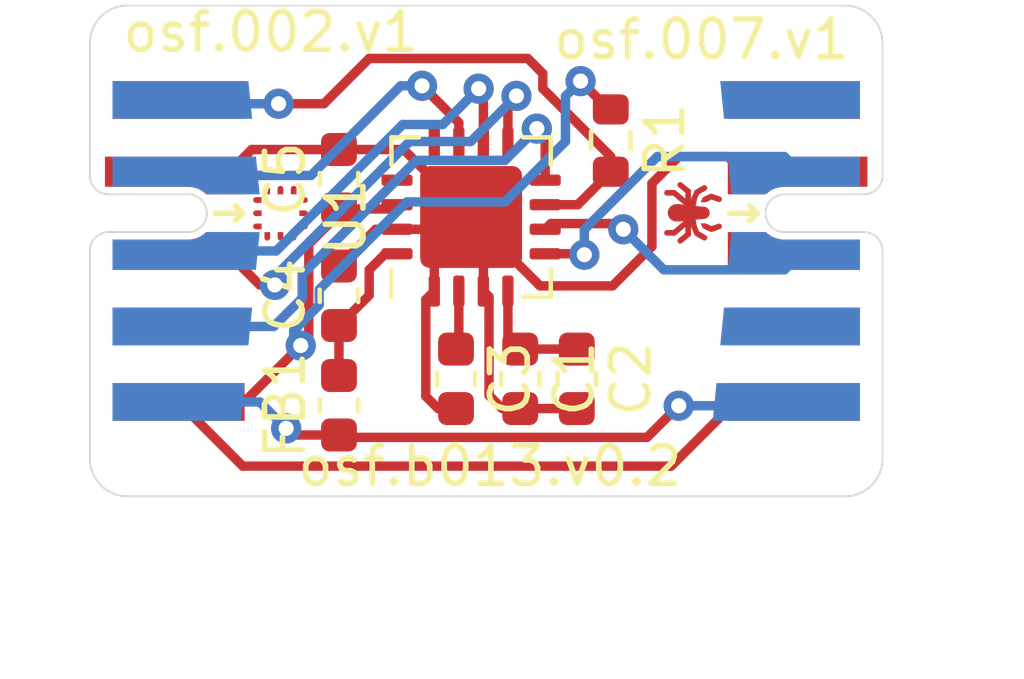
<source format=kicad_pcb>
(kicad_pcb (version 20171130) (host pcbnew "(5.1.9)-1")

  (general
    (thickness 1.6)
    (drawings 13)
    (tracks 133)
    (zones 0)
    (modules 10)
    (nets 14)
  )

  (page A4)
  (layers
    (0 F.Cu signal)
    (31 B.Cu signal)
    (32 B.Adhes user)
    (33 F.Adhes user)
    (34 B.Paste user)
    (35 F.Paste user)
    (36 B.SilkS user)
    (37 F.SilkS user)
    (38 B.Mask user)
    (39 F.Mask user)
    (40 Dwgs.User user)
    (41 Cmts.User user)
    (42 Eco1.User user)
    (43 Eco2.User user)
    (44 Edge.Cuts user)
    (45 Margin user)
    (46 B.CrtYd user)
    (47 F.CrtYd user)
    (48 B.Fab user)
    (49 F.Fab user)
  )

  (setup
    (last_trace_width 0.25)
    (trace_clearance 0.2)
    (zone_clearance 0.508)
    (zone_45_only no)
    (trace_min 0.2)
    (via_size 0.8)
    (via_drill 0.4)
    (via_min_size 0.4)
    (via_min_drill 0.3)
    (uvia_size 0.3)
    (uvia_drill 0.1)
    (uvias_allowed no)
    (uvia_min_size 0.2)
    (uvia_min_drill 0.1)
    (edge_width 0.05)
    (segment_width 0.2)
    (pcb_text_width 0.3)
    (pcb_text_size 1.5 1.5)
    (mod_edge_width 0.12)
    (mod_text_size 1 1)
    (mod_text_width 0.15)
    (pad_size 1.524 1.524)
    (pad_drill 0.762)
    (pad_to_mask_clearance 0.051)
    (solder_mask_min_width 0.25)
    (aux_axis_origin 0 0)
    (visible_elements 7FFFFFFF)
    (pcbplotparams
      (layerselection 0x010fc_ffffffff)
      (usegerberextensions false)
      (usegerberattributes false)
      (usegerberadvancedattributes false)
      (creategerberjobfile false)
      (excludeedgelayer true)
      (linewidth 0.100000)
      (plotframeref false)
      (viasonmask false)
      (mode 1)
      (useauxorigin false)
      (hpglpennumber 1)
      (hpglpenspeed 20)
      (hpglpendiameter 15.000000)
      (psnegative false)
      (psa4output false)
      (plotreference true)
      (plotvalue true)
      (plotinvisibletext false)
      (padsonsilk false)
      (subtractmaskfromsilk false)
      (outputformat 1)
      (mirror false)
      (drillshape 1)
      (scaleselection 1)
      (outputdirectory ""))
  )

  (net 0 "")
  (net 1 GND)
  (net 2 "Net-(C1-Pad1)")
  (net 3 "Net-(C3-Pad1)")
  (net 4 "Net-(C4-Pad1)")
  (net 5 +5V)
  (net 6 "Net-(J1-Pad3)")
  (net 7 "Net-(J1-Pad4)")
  (net 8 "Net-(J1-Pad2)")
  (net 9 "Net-(J1-Pad6)")
  (net 10 "Net-(J1-Pad8)")
  (net 11 "Net-(J2-Pad4)")
  (net 12 "Net-(J2-Pad3)")
  (net 13 +3V3)

  (net_class Default "This is the default net class."
    (clearance 0.2)
    (trace_width 0.25)
    (via_dia 0.8)
    (via_drill 0.4)
    (uvia_dia 0.3)
    (uvia_drill 0.1)
    (add_net +3V3)
    (add_net +5V)
    (add_net GND)
    (add_net "Net-(C1-Pad1)")
    (add_net "Net-(C3-Pad1)")
    (add_net "Net-(C4-Pad1)")
    (add_net "Net-(J1-Pad2)")
    (add_net "Net-(J1-Pad3)")
    (add_net "Net-(J1-Pad4)")
    (add_net "Net-(J1-Pad6)")
    (add_net "Net-(J1-Pad8)")
    (add_net "Net-(J2-Pad3)")
    (add_net "Net-(J2-Pad4)")
  )

  (module Resistor_SMD:R_0603_1608Metric (layer F.Cu) (tedit 5F68FEEE) (tstamp 607A042E)
    (at 143.8 87.575 270)
    (descr "Resistor SMD 0603 (1608 Metric), square (rectangular) end terminal, IPC_7351 nominal, (Body size source: IPC-SM-782 page 72, https://www.pcb-3d.com/wordpress/wp-content/uploads/ipc-sm-782a_amendment_1_and_2.pdf), generated with kicad-footprint-generator")
    (tags resistor)
    (path /607B017C)
    (attr smd)
    (fp_text reference R1 (at 0 -1.43 90) (layer F.SilkS)
      (effects (font (size 1 1) (thickness 0.15)))
    )
    (fp_text value 10k (at 0 1.43 90) (layer F.Fab)
      (effects (font (size 1 1) (thickness 0.15)))
    )
    (fp_text user %R (at 0 0 90) (layer F.Fab)
      (effects (font (size 0.4 0.4) (thickness 0.06)))
    )
    (fp_line (start -0.8 0.4125) (end -0.8 -0.4125) (layer F.Fab) (width 0.1))
    (fp_line (start -0.8 -0.4125) (end 0.8 -0.4125) (layer F.Fab) (width 0.1))
    (fp_line (start 0.8 -0.4125) (end 0.8 0.4125) (layer F.Fab) (width 0.1))
    (fp_line (start 0.8 0.4125) (end -0.8 0.4125) (layer F.Fab) (width 0.1))
    (fp_line (start -0.237258 -0.5225) (end 0.237258 -0.5225) (layer F.SilkS) (width 0.12))
    (fp_line (start -0.237258 0.5225) (end 0.237258 0.5225) (layer F.SilkS) (width 0.12))
    (fp_line (start -1.48 0.73) (end -1.48 -0.73) (layer F.CrtYd) (width 0.05))
    (fp_line (start -1.48 -0.73) (end 1.48 -0.73) (layer F.CrtYd) (width 0.05))
    (fp_line (start 1.48 -0.73) (end 1.48 0.73) (layer F.CrtYd) (width 0.05))
    (fp_line (start 1.48 0.73) (end -1.48 0.73) (layer F.CrtYd) (width 0.05))
    (pad 2 smd roundrect (at 0.825 0 270) (size 0.8 0.95) (layers F.Cu F.Paste F.Mask) (roundrect_rratio 0.25)
      (net 10 "Net-(J1-Pad8)"))
    (pad 1 smd roundrect (at -0.825 0 270) (size 0.8 0.95) (layers F.Cu F.Paste F.Mask) (roundrect_rratio 0.25)
      (net 13 +3V3))
    (model ${KISYS3DMOD}/Resistor_SMD.3dshapes/R_0603_1608Metric.wrl
      (at (xyz 0 0 0))
      (scale (xyz 1 1 1))
      (rotate (xyz 0 0 0))
    )
  )

  (module Inductor_SMD:L_0603_1608Metric (layer F.Cu) (tedit 5F68FEF0) (tstamp 607A02F7)
    (at 136.6 94.5875 90)
    (descr "Inductor SMD 0603 (1608 Metric), square (rectangular) end terminal, IPC_7351 nominal, (Body size source: http://www.tortai-tech.com/upload/download/2011102023233369053.pdf), generated with kicad-footprint-generator")
    (tags inductor)
    (path /607A183C)
    (attr smd)
    (fp_text reference FB1 (at 0 -1.43 90) (layer F.SilkS)
      (effects (font (size 1 1) (thickness 0.15)))
    )
    (fp_text value Ferrite_Bead_Small (at 0 1.43 90) (layer F.Fab)
      (effects (font (size 1 1) (thickness 0.15)))
    )
    (fp_text user %R (at 0 0 90) (layer F.Fab)
      (effects (font (size 0.4 0.4) (thickness 0.06)))
    )
    (fp_line (start -0.8 0.4) (end -0.8 -0.4) (layer F.Fab) (width 0.1))
    (fp_line (start -0.8 -0.4) (end 0.8 -0.4) (layer F.Fab) (width 0.1))
    (fp_line (start 0.8 -0.4) (end 0.8 0.4) (layer F.Fab) (width 0.1))
    (fp_line (start 0.8 0.4) (end -0.8 0.4) (layer F.Fab) (width 0.1))
    (fp_line (start -0.162779 -0.51) (end 0.162779 -0.51) (layer F.SilkS) (width 0.12))
    (fp_line (start -0.162779 0.51) (end 0.162779 0.51) (layer F.SilkS) (width 0.12))
    (fp_line (start -1.48 0.73) (end -1.48 -0.73) (layer F.CrtYd) (width 0.05))
    (fp_line (start -1.48 -0.73) (end 1.48 -0.73) (layer F.CrtYd) (width 0.05))
    (fp_line (start 1.48 -0.73) (end 1.48 0.73) (layer F.CrtYd) (width 0.05))
    (fp_line (start 1.48 0.73) (end -1.48 0.73) (layer F.CrtYd) (width 0.05))
    (pad 2 smd roundrect (at 0.7875 0 90) (size 0.875 0.95) (layers F.Cu F.Paste F.Mask) (roundrect_rratio 0.25)
      (net 4 "Net-(C4-Pad1)"))
    (pad 1 smd roundrect (at -0.7875 0 90) (size 0.875 0.95) (layers F.Cu F.Paste F.Mask) (roundrect_rratio 0.25)
      (net 5 +5V))
    (model ${KISYS3DMOD}/Inductor_SMD.3dshapes/L_0603_1608Metric.wrl
      (at (xyz 0 0 0))
      (scale (xyz 1 1 1))
      (rotate (xyz 0 0 0))
    )
  )

  (module on_edge:on_edge_2x05_host (layer F.Cu) (tedit 602054F7) (tstamp 6034723B)
    (at 151 90.5 270)
    (path /6034A82D)
    (attr virtual)
    (fp_text reference J2 (at 0.05 -3.2 180 unlocked) (layer F.Fab)
      (effects (font (size 0.5 0.5) (thickness 0.125)))
    )
    (fp_text value 007_ADC_2x5 (at -1.2 -2 90) (layer F.Fab)
      (effects (font (size 1 1) (thickness 0.15)))
    )
    (fp_line (start -1.01 5.51) (end -1.01 4.74) (layer F.Cu) (width 0.32))
    (fp_line (start -0.65 4.33) (end -0.58 4.53) (layer F.Cu) (width 0.15))
    (fp_line (start -0.58 4.54) (end -0.64 4.67) (layer F.Cu) (width 0.15))
    (fp_poly (pts (xy -0.67 4.56) (xy -0.73 4.68) (xy -0.73 4.82) (xy -0.6 4.76)
      (xy -0.53 4.61) (xy -0.62 4.64)) (layer F.Cu) (width 0.001))
    (fp_line (start -0.35 4.72) (end -0.46 4.91) (layer F.Cu) (width 0.15))
    (fp_line (start -0.63 4.99) (end -0.47 4.92) (layer F.Cu) (width 0.15))
    (fp_line (start -0.63 4.99) (end -0.89 5.04) (layer F.Cu) (width 0.15))
    (fp_line (start -0.27 5.36) (end -0.44 5.15) (layer F.Cu) (width 0.15))
    (fp_line (start -0.81 5.15) (end -0.44 5.15) (layer F.Cu) (width 0.15))
    (fp_line (start -0.48 5.71) (end -0.48 5.52) (layer F.Cu) (width 0.15))
    (fp_line (start -0.76 5.19) (end -0.48 5.52) (layer F.Cu) (width 0.15))
    (fp_line (start -0.93 5.4) (end -1 4.74) (layer F.Cu) (width 0.3))
    (fp_line (start -1 4.05) (end -1 3.323) (layer F.SilkS) (width 0.153))
    (fp_line (start -0.8 3.523) (end -1 3.323) (layer F.SilkS) (width 0.153))
    (fp_line (start -1 3.323) (end -1.2 3.523) (layer F.SilkS) (width 0.153))
    (fp_line (start -1.5 0.5) (end -1.5 2.6) (layer Edge.Cuts) (width 0.05))
    (fp_line (start -0.5 2.6) (end -0.5 0.5) (layer Edge.Cuts) (width 0.05))
    (fp_line (start -4 0) (end -2 0) (layer Edge.Cuts) (width 0.05))
    (fp_line (start 0 0) (end 4 0) (layer Edge.Cuts) (width 0.05))
    (fp_line (start -5 5) (end 5 5) (layer F.CrtYd) (width 0.05))
    (fp_line (start 5 5) (end 5 -0.5) (layer F.CrtYd) (width 0.05))
    (fp_line (start 5 -0.5) (end -5 -0.5) (layer F.CrtYd) (width 0.05))
    (fp_line (start -5 -0.5) (end -5 5) (layer F.CrtYd) (width 0.05))
    (fp_line (start 5 5) (end -5 5) (layer B.CrtYd) (width 0.05))
    (fp_line (start -5 5) (end -5 -0.5) (layer B.CrtYd) (width 0.05))
    (fp_line (start -5 -0.5) (end 5 -0.5) (layer B.CrtYd) (width 0.05))
    (fp_line (start 5 -0.5) (end 5 5) (layer B.CrtYd) (width 0.05))
    (fp_line (start -1.37 4.33) (end -1.44 4.53) (layer F.Cu) (width 0.15))
    (fp_line (start -1.44 4.54) (end -1.38 4.67) (layer F.Cu) (width 0.15))
    (fp_poly (pts (xy -1.35 4.56) (xy -1.29 4.68) (xy -1.29 4.82) (xy -1.42 4.76)
      (xy -1.49 4.61) (xy -1.4 4.64)) (layer F.Cu) (width 0.001))
    (fp_line (start -1.67 4.72) (end -1.56 4.91) (layer F.Cu) (width 0.15))
    (fp_line (start -1.39 4.99) (end -1.55 4.92) (layer F.Cu) (width 0.15))
    (fp_line (start -1.39 4.99) (end -1.13 5.04) (layer F.Cu) (width 0.15))
    (fp_line (start -1.75 5.36) (end -1.58 5.15) (layer F.Cu) (width 0.15))
    (fp_line (start -1.21 5.15) (end -1.58 5.15) (layer F.Cu) (width 0.15))
    (fp_line (start -1.54 5.71) (end -1.54 5.52) (layer F.Cu) (width 0.15))
    (fp_line (start -1.26 5.19) (end -1.54 5.52) (layer F.Cu) (width 0.15))
    (fp_line (start -1.09 5.4) (end -1.02 4.74) (layer F.Cu) (width 0.3))
    (fp_line (start -1.01 5.46) (end -1.01 5.39) (layer F.Cu) (width 0.46))
    (fp_line (start -0.35 4.72) (end -0.46 4.91) (layer F.Mask) (width 0.15))
    (fp_line (start -0.63 4.99) (end -0.47 4.92) (layer F.Mask) (width 0.15))
    (fp_line (start -0.63 4.99) (end -0.89 5.04) (layer F.Mask) (width 0.15))
    (fp_line (start -0.27 5.36) (end -0.44 5.15) (layer F.Mask) (width 0.15))
    (fp_line (start -0.81 5.15) (end -0.44 5.15) (layer F.Mask) (width 0.15))
    (fp_line (start -0.48 5.71) (end -0.48 5.52) (layer F.Mask) (width 0.15))
    (fp_line (start -0.76 5.19) (end -0.48 5.52) (layer F.Mask) (width 0.15))
    (fp_line (start -0.93 5.4) (end -1 4.74) (layer F.Mask) (width 0.3))
    (fp_line (start -1.37 4.33) (end -1.44 4.53) (layer F.Mask) (width 0.15))
    (fp_line (start -1.44 4.54) (end -1.38 4.67) (layer F.Mask) (width 0.15))
    (fp_poly (pts (xy -1.35 4.56) (xy -1.29 4.68) (xy -1.29 4.82) (xy -1.42 4.76)
      (xy -1.49 4.61) (xy -1.4 4.64)) (layer F.Mask) (width 0.001))
    (fp_line (start -1.67 4.72) (end -1.56 4.91) (layer F.Mask) (width 0.15))
    (fp_line (start -1.39 4.99) (end -1.55 4.92) (layer F.Mask) (width 0.15))
    (fp_line (start -1.39 4.99) (end -1.13 5.04) (layer F.Mask) (width 0.15))
    (fp_line (start -1.75 5.36) (end -1.58 5.15) (layer F.Mask) (width 0.15))
    (fp_line (start -1.21 5.15) (end -1.58 5.15) (layer F.Mask) (width 0.15))
    (fp_line (start -1.54 5.71) (end -1.54 5.52) (layer F.Mask) (width 0.15))
    (fp_line (start -1.26 5.19) (end -1.54 5.52) (layer F.Mask) (width 0.15))
    (fp_line (start -1.09 5.4) (end -1.02 4.74) (layer F.Mask) (width 0.3))
    (fp_line (start -1.01 5.51) (end -1.01 4.74) (layer F.Mask) (width 0.32))
    (fp_line (start -1.01 5.46) (end -1.01 5.39) (layer F.Mask) (width 0.46))
    (fp_line (start -0.65 4.33) (end -0.58 4.53) (layer F.Mask) (width 0.15))
    (fp_line (start -0.58 4.54) (end -0.64 4.67) (layer F.Mask) (width 0.15))
    (fp_poly (pts (xy -0.67 4.56) (xy -0.73 4.68) (xy -0.73 4.82) (xy -0.6 4.76)
      (xy -0.53 4.61) (xy -0.62 4.64)) (layer F.Mask) (width 0.001))
    (fp_arc (start 0 0.5) (end 0 0) (angle -90) (layer Edge.Cuts) (width 0.05))
    (fp_arc (start -2 0.5) (end -1.5 0.5) (angle -90) (layer Edge.Cuts) (width 0.05))
    (fp_arc (start -1 2.6) (end -1.5 2.6) (angle -180) (layer Edge.Cuts) (width 0.05))
    (pad 1 smd custom (at -2 3.6 270) (size 1 1) (layers F.Cu F.Mask)
      (net 1 GND) (zone_connect 0)
      (options (clearance outline) (anchor rect))
      (primitives
        (gr_poly (pts
           (xy 0.3 -0.99) (xy 0.31 -0.88) (xy 0.33 -0.8) (xy 0.35 -0.74) (xy 0.37 -0.69)
           (xy 0.4 -0.64) (xy 0.44 -0.58) (xy 0.48 -0.53) (xy 0.5 -0.51) (xy 0.5 0.5)
           (xy -0.5 0.5) (xy -0.5 -3.2) (xy 0.3 -3.2)) (width 0))
      ))
    (pad 2 smd custom (at 0 3.6 270) (size 1 1) (layers F.Cu F.Mask)
      (zone_connect 0)
      (options (clearance outline) (anchor rect))
      (primitives
        (gr_poly (pts
           (xy -0.3 -0.99) (xy -0.31 -0.88) (xy -0.33 -0.8) (xy -0.35 -0.74) (xy -0.37 -0.69)
           (xy -0.4 -0.64) (xy -0.44 -0.58) (xy -0.48 -0.53) (xy -0.5 -0.51) (xy -0.5 0.5)
           (xy 0.5 0.5) (xy 0.5 -3) (xy -0.3 -3)) (width 0))
      ))
    (pad 4 smd custom (at 0 2.1 90) (size 0.4 0.4) (layers B.Cu B.Mask)
      (net 11 "Net-(J2-Pad4)") (zone_connect 0)
      (options (clearance outline) (anchor rect))
      (primitives
        (gr_poly (pts
           (xy 0.3 -0.51) (xy 0.31 -0.62) (xy 0.33 -0.7) (xy 0.35 -0.76) (xy 0.37 -0.81)
           (xy 0.4 -0.86) (xy 0.44 -0.92) (xy 0.48 -0.97) (xy 0.5 -0.99) (xy 0.5 -1.9)
           (xy -0.5 -2) (xy -0.5 1.5) (xy 0.3 1.5)) (width 0))
      ))
    (pad 3 smd custom (at -2 2.1 90) (size 0.4 0.4) (layers B.Cu B.Mask)
      (net 12 "Net-(J2-Pad3)") (zone_connect 0)
      (options (clearance outline) (anchor rect))
      (primitives
        (gr_poly (pts
           (xy -0.3 -0.51) (xy -0.31 -0.62) (xy -0.33 -0.7) (xy -0.35 -0.76) (xy -0.37 -0.81)
           (xy -0.4 -0.86) (xy -0.44 -0.92) (xy -0.48 -0.97) (xy -0.5 -0.99) (xy -0.5 -1.9)
           (xy 0.5 -2) (xy 0.5 1.5) (xy -0.3 1.5)) (width 0))
      ))
    (pad 5 smd rect (at 2 2.35 270) (size 1 3.5) (layers F.Cu F.Mask)
      (zone_connect 0))
    (pad 10 smd custom (at 4 2.5 90) (size 1 3.8) (layers B.Cu B.Mask)
      (net 5 +5V) (zone_connect 0)
      (options (clearance outline) (anchor rect))
      (primitives
        (gr_poly (pts
           (xy 0.5 -1.9) (xy -0.5 -2) (xy -0.5 -1.9)) (width 0))
      ))
    (pad 6 smd custom (at 2 2.4 90) (size 1 3.6) (layers B.Cu B.Mask)
      (zone_connect 0)
      (options (clearance outline) (anchor rect))
      (primitives
        (gr_poly (pts
           (xy 0.5 -1.8) (xy -0.5 -1.9) (xy -0.5 -1.8)) (width 0))
      ))
    (pad 8 smd custom (at -4 2.4 90) (size 1 3.6) (layers B.Cu B.Mask)
      (zone_connect 0)
      (options (clearance outline) (anchor rect))
      (primitives
        (gr_poly (pts
           (xy 0.5 -1.8) (xy 0.5 -1.9) (xy -0.5 -1.8)) (width 0))
      ))
    (pad 9 smd rect (at 4 2.35 270) (size 1 3.5) (layers F.Cu F.Mask)
      (net 13 +3V3) (zone_connect 0))
    (pad 7 smd rect (at -4 2.35 270) (size 1 3.5) (layers F.Cu F.Mask)
      (zone_connect 0))
  )

  (module Capacitor_SMD:C_0603_1608Metric (layer F.Cu) (tedit 5B301BBE) (tstamp 6033A69F)
    (at 136.6 88.6 90)
    (descr "Capacitor SMD 0603 (1608 Metric), square (rectangular) end terminal, IPC_7351 nominal, (Body size source: http://www.tortai-tech.com/upload/download/2011102023233369053.pdf), generated with kicad-footprint-generator")
    (tags capacitor)
    (path /6035858B)
    (attr smd)
    (fp_text reference C5 (at 0 -1.43 90) (layer F.SilkS)
      (effects (font (size 1 1) (thickness 0.15)))
    )
    (fp_text value 1uF (at 0 1.43 90) (layer F.Fab)
      (effects (font (size 1 1) (thickness 0.15)))
    )
    (fp_line (start -0.8 0.4) (end -0.8 -0.4) (layer F.Fab) (width 0.1))
    (fp_line (start -0.8 -0.4) (end 0.8 -0.4) (layer F.Fab) (width 0.1))
    (fp_line (start 0.8 -0.4) (end 0.8 0.4) (layer F.Fab) (width 0.1))
    (fp_line (start 0.8 0.4) (end -0.8 0.4) (layer F.Fab) (width 0.1))
    (fp_line (start -0.162779 -0.51) (end 0.162779 -0.51) (layer F.SilkS) (width 0.12))
    (fp_line (start -0.162779 0.51) (end 0.162779 0.51) (layer F.SilkS) (width 0.12))
    (fp_line (start -1.48 0.73) (end -1.48 -0.73) (layer F.CrtYd) (width 0.05))
    (fp_line (start -1.48 -0.73) (end 1.48 -0.73) (layer F.CrtYd) (width 0.05))
    (fp_line (start 1.48 -0.73) (end 1.48 0.73) (layer F.CrtYd) (width 0.05))
    (fp_line (start 1.48 0.73) (end -1.48 0.73) (layer F.CrtYd) (width 0.05))
    (fp_text user %R (at 0 0 90) (layer F.Fab)
      (effects (font (size 0.4 0.4) (thickness 0.06)))
    )
    (pad 2 smd roundrect (at 0.7875 0 90) (size 0.875 0.95) (layers F.Cu F.Paste F.Mask) (roundrect_rratio 0.25)
      (net 1 GND))
    (pad 1 smd roundrect (at -0.7875 0 90) (size 0.875 0.95) (layers F.Cu F.Paste F.Mask) (roundrect_rratio 0.25)
      (net 13 +3V3))
    (model ${KISYS3DMOD}/Capacitor_SMD.3dshapes/C_0603_1608Metric.wrl
      (at (xyz 0 0 0))
      (scale (xyz 1 1 1))
      (rotate (xyz 0 0 0))
    )
  )

  (module Package_DFN_QFN:QFN-16-1EP_4x4mm_P0.65mm_EP2.7x2.7mm (layer F.Cu) (tedit 5B32DAA0) (tstamp 60339F86)
    (at 140.1 89.6 90)
    (descr "QFN, 16 Pin (https://www.allegromicro.com/~/media/Files/Datasheets/A4403-Datasheet.ashx), generated with kicad-footprint-generator ipc_dfn_qfn_generator.py")
    (tags "QFN DFN_QFN")
    (path /6035485F)
    (attr smd)
    (fp_text reference U1 (at 0 -3.32 90) (layer F.SilkS)
      (effects (font (size 1 1) (thickness 0.15)))
    )
    (fp_text value ADS8689RUM (at 0 3.32 90) (layer F.Fab)
      (effects (font (size 1 1) (thickness 0.15)))
    )
    (fp_line (start 1.385 -2.11) (end 2.11 -2.11) (layer F.SilkS) (width 0.12))
    (fp_line (start 2.11 -2.11) (end 2.11 -1.385) (layer F.SilkS) (width 0.12))
    (fp_line (start -1.385 2.11) (end -2.11 2.11) (layer F.SilkS) (width 0.12))
    (fp_line (start -2.11 2.11) (end -2.11 1.385) (layer F.SilkS) (width 0.12))
    (fp_line (start 1.385 2.11) (end 2.11 2.11) (layer F.SilkS) (width 0.12))
    (fp_line (start 2.11 2.11) (end 2.11 1.385) (layer F.SilkS) (width 0.12))
    (fp_line (start -1.385 -2.11) (end -2.11 -2.11) (layer F.SilkS) (width 0.12))
    (fp_line (start -1 -2) (end 2 -2) (layer F.Fab) (width 0.1))
    (fp_line (start 2 -2) (end 2 2) (layer F.Fab) (width 0.1))
    (fp_line (start 2 2) (end -2 2) (layer F.Fab) (width 0.1))
    (fp_line (start -2 2) (end -2 -1) (layer F.Fab) (width 0.1))
    (fp_line (start -2 -1) (end -1 -2) (layer F.Fab) (width 0.1))
    (fp_line (start -2.62 -2.62) (end -2.62 2.62) (layer F.CrtYd) (width 0.05))
    (fp_line (start -2.62 2.62) (end 2.62 2.62) (layer F.CrtYd) (width 0.05))
    (fp_line (start 2.62 2.62) (end 2.62 -2.62) (layer F.CrtYd) (width 0.05))
    (fp_line (start 2.62 -2.62) (end -2.62 -2.62) (layer F.CrtYd) (width 0.05))
    (fp_text user %R (at 0 0 90) (layer F.Fab)
      (effects (font (size 1 1) (thickness 0.15)))
    )
    (pad 16 smd roundrect (at -0.975 -1.9625 90) (size 0.3 0.825) (layers F.Cu F.Paste F.Mask) (roundrect_rratio 0.25)
      (net 4 "Net-(C4-Pad1)"))
    (pad 15 smd roundrect (at -0.325 -1.9625 90) (size 0.3 0.825) (layers F.Cu F.Paste F.Mask) (roundrect_rratio 0.25)
      (net 1 GND))
    (pad 14 smd roundrect (at 0.325 -1.9625 90) (size 0.3 0.825) (layers F.Cu F.Paste F.Mask) (roundrect_rratio 0.25)
      (net 13 +3V3))
    (pad 13 smd roundrect (at 0.975 -1.9625 90) (size 0.3 0.825) (layers F.Cu F.Paste F.Mask) (roundrect_rratio 0.25))
    (pad 12 smd roundrect (at 1.9625 -0.975 90) (size 0.825 0.3) (layers F.Cu F.Paste F.Mask) (roundrect_rratio 0.25))
    (pad 11 smd roundrect (at 1.9625 -0.325 90) (size 0.825 0.3) (layers F.Cu F.Paste F.Mask) (roundrect_rratio 0.25)
      (net 6 "Net-(J1-Pad3)"))
    (pad 10 smd roundrect (at 1.9625 0.325 90) (size 0.825 0.3) (layers F.Cu F.Paste F.Mask) (roundrect_rratio 0.25)
      (net 7 "Net-(J1-Pad4)"))
    (pad 9 smd roundrect (at 1.9625 0.975 90) (size 0.825 0.3) (layers F.Cu F.Paste F.Mask) (roundrect_rratio 0.25)
      (net 8 "Net-(J1-Pad2)"))
    (pad 8 smd roundrect (at 0.975 1.9625 90) (size 0.3 0.825) (layers F.Cu F.Paste F.Mask) (roundrect_rratio 0.25)
      (net 9 "Net-(J1-Pad6)"))
    (pad 7 smd roundrect (at 0.325 1.9625 90) (size 0.3 0.825) (layers F.Cu F.Paste F.Mask) (roundrect_rratio 0.25)
      (net 10 "Net-(J1-Pad8)"))
    (pad 6 smd roundrect (at -0.325 1.9625 90) (size 0.3 0.825) (layers F.Cu F.Paste F.Mask) (roundrect_rratio 0.25)
      (net 11 "Net-(J2-Pad4)"))
    (pad 5 smd roundrect (at -0.975 1.9625 90) (size 0.3 0.825) (layers F.Cu F.Paste F.Mask) (roundrect_rratio 0.25)
      (net 12 "Net-(J2-Pad3)"))
    (pad 4 smd roundrect (at -1.9625 0.975 90) (size 0.825 0.3) (layers F.Cu F.Paste F.Mask) (roundrect_rratio 0.25)
      (net 2 "Net-(C1-Pad1)"))
    (pad 3 smd roundrect (at -1.9625 0.325 90) (size 0.825 0.3) (layers F.Cu F.Paste F.Mask) (roundrect_rratio 0.25)
      (net 1 GND))
    (pad 2 smd roundrect (at -1.9625 -0.325 90) (size 0.825 0.3) (layers F.Cu F.Paste F.Mask) (roundrect_rratio 0.25)
      (net 3 "Net-(C3-Pad1)"))
    (pad 1 smd roundrect (at -1.9625 -0.975 90) (size 0.825 0.3) (layers F.Cu F.Paste F.Mask) (roundrect_rratio 0.25)
      (net 1 GND))
    (pad "" smd roundrect (at 0.675 0.675 90) (size 1.09 1.09) (layers F.Paste) (roundrect_rratio 0.229358))
    (pad "" smd roundrect (at 0.675 -0.675 90) (size 1.09 1.09) (layers F.Paste) (roundrect_rratio 0.229358))
    (pad "" smd roundrect (at -0.675 0.675 90) (size 1.09 1.09) (layers F.Paste) (roundrect_rratio 0.229358))
    (pad "" smd roundrect (at -0.675 -0.675 90) (size 1.09 1.09) (layers F.Paste) (roundrect_rratio 0.229358))
    (pad 17 smd roundrect (at 0 0 90) (size 2.7 2.7) (layers F.Cu F.Mask) (roundrect_rratio 0.09259299999999999)
      (net 1 GND))
    (model ${KISYS3DMOD}/Package_DFN_QFN.3dshapes/QFN-16-1EP_4x4mm_P0.65mm_EP2.7x2.7mm.wrl
      (at (xyz 0 0 0))
      (scale (xyz 1 1 1))
      (rotate (xyz 0 0 0))
    )
  )

  (module on_edge:on_edge_2x05_device (layer F.Cu) (tedit 60205501) (tstamp 60339490)
    (at 130 90.5 270)
    (path /6033E642)
    (attr virtual)
    (fp_text reference J1 (at 0 1.2 270 unlocked) (layer F.Fab)
      (effects (font (size 0.5 0.5) (thickness 0.05)))
    )
    (fp_text value 002_SPI_2x5 (at 0 2 270 unlocked) (layer F.Fab)
      (effects (font (size 0.5 0.5) (thickness 0.05)))
    )
    (fp_line (start -0.65 -5.55) (end -0.65 -5.7) (layer F.Mask) (width 0.15))
    (fp_line (start -0.65 -5.65) (end -0.65 -5.7) (layer F.Cu) (width 0.15))
    (fp_poly (pts (xy -0.575 -5.55) (xy -0.725 -5.55) (xy -0.725 -5.675) (xy -0.575 -5.675)) (layer F.Cu) (width 0))
    (fp_line (start -1 -5.55) (end -1 -5.7) (layer F.Mask) (width 0.15))
    (fp_line (start -1 -5.65) (end -1 -5.7) (layer F.Cu) (width 0.15))
    (fp_poly (pts (xy -0.925 -5.55) (xy -1.075 -5.55) (xy -1.075 -5.675) (xy -0.925 -5.675)) (layer F.Cu) (width 0))
    (fp_poly (pts (xy -1.275 -5.55) (xy -1.425 -5.55) (xy -1.425 -5.675) (xy -1.275 -5.675)) (layer F.Cu) (width 0))
    (fp_line (start -1.35 -5.55) (end -1.35 -5.7) (layer F.Mask) (width 0.15))
    (fp_line (start -1.35 -5.65) (end -1.35 -5.7) (layer F.Cu) (width 0.15))
    (fp_poly (pts (xy -0.55 -4.6) (xy -1.45 -4.6) (xy -1.45 -5.5) (xy -0.55 -5.5)) (layer F.Mask) (width 0.1))
    (fp_line (start 5 0.5) (end 5 -5) (layer B.CrtYd) (width 0.05))
    (fp_line (start -5 0.5) (end 5 0.5) (layer B.CrtYd) (width 0.05))
    (fp_line (start -5 -5) (end -5 0.5) (layer B.CrtYd) (width 0.05))
    (fp_line (start 5 -5) (end -5 -5) (layer B.CrtYd) (width 0.05))
    (fp_line (start -5 0.5) (end -5 -5) (layer F.CrtYd) (width 0.05))
    (fp_line (start 5 0.5) (end -5 0.5) (layer F.CrtYd) (width 0.05))
    (fp_line (start 5 -5) (end 5 0.5) (layer F.CrtYd) (width 0.05))
    (fp_line (start -5 -5) (end 5 -5) (layer F.CrtYd) (width 0.05))
    (fp_line (start 0 0) (end 4 0) (layer Edge.Cuts) (width 0.05))
    (fp_line (start -4 0) (end -2 0) (layer Edge.Cuts) (width 0.05))
    (fp_line (start -1 -4.05) (end -1 -3.323) (layer F.SilkS) (width 0.153))
    (fp_line (start -1 -4.05) (end -0.8 -3.85) (layer F.SilkS) (width 0.153))
    (fp_line (start -1.2 -3.85) (end -1 -4.05) (layer F.SilkS) (width 0.153))
    (fp_line (start -0.5 -0.5) (end -0.5 -2.6) (layer Edge.Cuts) (width 0.05))
    (fp_line (start -1.5 -2.6) (end -1.5 -0.5) (layer Edge.Cuts) (width 0.05))
    (fp_line (start -1.6 -4.7) (end -1.65 -4.7) (layer F.Cu) (width 0.15))
    (fp_line (start -1.5 -4.7) (end -1.65 -4.7) (layer F.Mask) (width 0.15))
    (fp_poly (pts (xy -1.5 -5.475) (xy -1.5 -5.325) (xy -1.625 -5.325) (xy -1.625 -5.475)) (layer F.Cu) (width 0))
    (fp_line (start -1.6 -5.4) (end -1.65 -5.4) (layer F.Cu) (width 0.15))
    (fp_line (start -1.5 -5.4) (end -1.65 -5.4) (layer F.Mask) (width 0.15))
    (fp_poly (pts (xy -1.5 -5.125) (xy -1.5 -4.975) (xy -1.625 -4.975) (xy -1.625 -5.125)) (layer F.Cu) (width 0))
    (fp_line (start -1.5 -5.05) (end -1.65 -5.05) (layer F.Mask) (width 0.15))
    (fp_line (start -1.6 -5.05) (end -1.65 -5.05) (layer F.Cu) (width 0.15))
    (fp_poly (pts (xy -1.5 -4.775) (xy -1.5 -4.625) (xy -1.625 -4.625) (xy -1.625 -4.775)) (layer F.Cu) (width 0))
    (fp_poly (pts (xy -1.425 -4.55) (xy -1.275 -4.55) (xy -1.275 -4.425) (xy -1.425 -4.425)) (layer F.Cu) (width 0))
    (fp_line (start -1.35 -4.45) (end -1.35 -4.4) (layer F.Cu) (width 0.15))
    (fp_line (start -1.35 -4.55) (end -1.35 -4.4) (layer F.Mask) (width 0.15))
    (fp_poly (pts (xy -1.075 -4.55) (xy -0.925 -4.55) (xy -0.925 -4.425) (xy -1.075 -4.425)) (layer F.Cu) (width 0))
    (fp_line (start -1 -4.55) (end -1 -4.4) (layer F.Mask) (width 0.15))
    (fp_line (start -1 -4.45) (end -1 -4.4) (layer F.Cu) (width 0.15))
    (fp_poly (pts (xy -0.725 -4.55) (xy -0.575 -4.55) (xy -0.575 -4.425) (xy -0.725 -4.425)) (layer F.Cu) (width 0))
    (fp_line (start -0.65 -4.55) (end -0.65 -4.4) (layer F.Mask) (width 0.15))
    (fp_line (start -0.65 -4.45) (end -0.65 -4.4) (layer F.Cu) (width 0.15))
    (fp_poly (pts (xy -0.5 -4.625) (xy -0.5 -4.775) (xy -0.375 -4.775) (xy -0.375 -4.625)) (layer F.Cu) (width 0))
    (fp_line (start -0.4 -4.7) (end -0.35 -4.7) (layer F.Cu) (width 0.15))
    (fp_line (start -0.5 -4.7) (end -0.35 -4.7) (layer F.Mask) (width 0.15))
    (fp_poly (pts (xy -0.5 -4.975) (xy -0.5 -5.125) (xy -0.375 -5.125) (xy -0.375 -4.975)) (layer F.Cu) (width 0))
    (fp_line (start -0.5 -5.05) (end -0.35 -5.05) (layer F.Mask) (width 0.15))
    (fp_line (start -0.4 -5.05) (end -0.35 -5.05) (layer F.Cu) (width 0.15))
    (fp_poly (pts (xy -0.5 -5.325) (xy -0.5 -5.475) (xy -0.375 -5.475) (xy -0.375 -5.325)) (layer F.Cu) (width 0))
    (fp_line (start -0.5 -5.4) (end -0.35 -5.4) (layer F.Mask) (width 0.15))
    (fp_line (start -0.4 -5.4) (end -0.35 -5.4) (layer F.Cu) (width 0.15))
    (fp_arc (start -2 -0.5) (end -2 0) (angle -90) (layer Edge.Cuts) (width 0.05))
    (fp_arc (start 0 -0.5) (end -0.5 -0.5) (angle -90) (layer Edge.Cuts) (width 0.05))
    (fp_arc (start -1 -2.6) (end -0.5 -2.6) (angle -180) (layer Edge.Cuts) (width 0.05))
    (pad 1 smd custom (at -2 -3.6 270) (size 1 1) (layers F.Cu F.Mask)
      (net 1 GND) (zone_connect 0)
      (options (clearance outline) (anchor rect))
      (primitives
        (gr_poly (pts
           (xy 0.3 1) (xy 0.31 0.89) (xy 0.33 0.81) (xy 0.35 0.75) (xy 0.37 0.7)
           (xy 0.4 0.65) (xy 0.44 0.59) (xy 0.48 0.54) (xy 0.5 0.52) (xy 0.5 -0.5)
           (xy -0.5 -0.5) (xy -0.5 3.2) (xy 0.3 3.2)) (width 0))
      ))
    (pad 2 smd custom (at 0 -3.6 270) (size 1 1) (layers F.Cu F.Mask)
      (net 8 "Net-(J1-Pad2)") (zone_connect 0)
      (options (clearance outline) (anchor rect))
      (primitives
        (gr_poly (pts
           (xy -0.3 1) (xy -0.31 0.89) (xy -0.33 0.81) (xy -0.35 0.75) (xy -0.37 0.7)
           (xy -0.4 0.65) (xy -0.44 0.59) (xy -0.48 0.54) (xy -0.5 0.52) (xy -0.5 -0.5)
           (xy 0.5 -0.5) (xy 0.5 3) (xy -0.3 3)) (width 0))
      ))
    (pad 4 smd custom (at 0 -2.1 270) (size 0.4 0.4) (layers B.Cu B.Mask)
      (net 7 "Net-(J1-Pad4)") (zone_connect 0)
      (options (clearance outline) (anchor rect))
      (primitives
        (gr_poly (pts
           (xy -0.3 -0.51) (xy -0.31 -0.62) (xy -0.33 -0.7) (xy -0.35 -0.76) (xy -0.37 -0.81)
           (xy -0.4 -0.86) (xy -0.44 -0.92) (xy -0.48 -0.97) (xy -0.5 -0.99) (xy -0.5 -2.4)
           (xy 0.5 -2.3) (xy 0.5 1.5) (xy -0.3 1.5)) (width 0))
      ))
    (pad 3 smd custom (at -2 -2.1 270) (size 0.4 0.4) (layers B.Cu B.Mask)
      (net 6 "Net-(J1-Pad3)") (zone_connect 0)
      (options (clearance outline) (anchor rect))
      (primitives
        (gr_poly (pts
           (xy 0.3 -0.51) (xy 0.31 -0.62) (xy 0.33 -0.7) (xy 0.35 -0.76) (xy 0.37 -0.81)
           (xy 0.4 -0.86) (xy 0.44 -0.92) (xy 0.48 -0.97) (xy 0.5 -0.99) (xy 0.5 -2.4)
           (xy -0.5 -2.3) (xy -0.5 1.5) (xy 0.3 1.5)) (width 0))
      ))
    (pad 10 smd custom (at 4 -2.3 270) (size 1 3.4) (layers B.Cu B.Mask)
      (net 5 +5V) (zone_connect 0)
      (options (clearance outline) (anchor rect))
      (primitives
        (gr_poly (pts
           (xy -0.5 -1.7) (xy -0.5 -1.8) (xy 0.5 -1.7)) (width 0))
      ))
    (pad 6 smd custom (at 2 -2.4 270) (size 1 3.6) (layers B.Cu B.Mask)
      (net 9 "Net-(J1-Pad6)") (zone_connect 0)
      (options (clearance outline) (anchor rect))
      (primitives
        (gr_poly (pts
           (xy -0.5 -1.8) (xy -0.5 -1.9) (xy 0.5 -1.8)) (width 0))
      ))
    (pad 8 smd custom (at -4 -2.4 270) (size 1 3.6) (layers B.Cu B.Mask)
      (net 10 "Net-(J1-Pad8)") (zone_connect 0)
      (options (clearance outline) (anchor rect))
      (primitives
        (gr_poly (pts
           (xy 0.5 -1.8) (xy 0.5 -1.9) (xy -0.5 -1.8)) (width 0))
      ))
    (pad 9 smd rect (at 4 -2.35 90) (size 1 3.5) (layers F.Cu F.Mask)
      (net 13 +3V3) (zone_connect 0))
    (pad 7 smd rect (at -4 -2.35 90) (size 1 3.5) (layers F.Cu F.Mask)
      (zone_connect 0))
    (pad 5 smd rect (at 2 -2.35 90) (size 1 3.5) (layers F.Cu F.Mask)
      (zone_connect 0))
  )

  (module Capacitor_SMD:C_0603_1608Metric (layer F.Cu) (tedit 5B301BBE) (tstamp 603390ED)
    (at 136.6 91.6875 90)
    (descr "Capacitor SMD 0603 (1608 Metric), square (rectangular) end terminal, IPC_7351 nominal, (Body size source: http://www.tortai-tech.com/upload/download/2011102023233369053.pdf), generated with kicad-footprint-generator")
    (tags capacitor)
    (path /6034A12E)
    (attr smd)
    (fp_text reference C4 (at 0 -1.43 90) (layer F.SilkS)
      (effects (font (size 1 1) (thickness 0.15)))
    )
    (fp_text value 1uF (at 0 1.43 90) (layer F.Fab)
      (effects (font (size 1 1) (thickness 0.15)))
    )
    (fp_line (start -0.8 0.4) (end -0.8 -0.4) (layer F.Fab) (width 0.1))
    (fp_line (start -0.8 -0.4) (end 0.8 -0.4) (layer F.Fab) (width 0.1))
    (fp_line (start 0.8 -0.4) (end 0.8 0.4) (layer F.Fab) (width 0.1))
    (fp_line (start 0.8 0.4) (end -0.8 0.4) (layer F.Fab) (width 0.1))
    (fp_line (start -0.162779 -0.51) (end 0.162779 -0.51) (layer F.SilkS) (width 0.12))
    (fp_line (start -0.162779 0.51) (end 0.162779 0.51) (layer F.SilkS) (width 0.12))
    (fp_line (start -1.48 0.73) (end -1.48 -0.73) (layer F.CrtYd) (width 0.05))
    (fp_line (start -1.48 -0.73) (end 1.48 -0.73) (layer F.CrtYd) (width 0.05))
    (fp_line (start 1.48 -0.73) (end 1.48 0.73) (layer F.CrtYd) (width 0.05))
    (fp_line (start 1.48 0.73) (end -1.48 0.73) (layer F.CrtYd) (width 0.05))
    (fp_text user %R (at 0 0 90) (layer F.Fab)
      (effects (font (size 0.4 0.4) (thickness 0.06)))
    )
    (pad 2 smd roundrect (at 0.7875 0 90) (size 0.875 0.95) (layers F.Cu F.Paste F.Mask) (roundrect_rratio 0.25)
      (net 1 GND))
    (pad 1 smd roundrect (at -0.7875 0 90) (size 0.875 0.95) (layers F.Cu F.Paste F.Mask) (roundrect_rratio 0.25)
      (net 4 "Net-(C4-Pad1)"))
    (model ${KISYS3DMOD}/Capacitor_SMD.3dshapes/C_0603_1608Metric.wrl
      (at (xyz 0 0 0))
      (scale (xyz 1 1 1))
      (rotate (xyz 0 0 0))
    )
  )

  (module Capacitor_SMD:C_0603_1608Metric (layer F.Cu) (tedit 5B301BBE) (tstamp 60339978)
    (at 139.7 93.8875 270)
    (descr "Capacitor SMD 0603 (1608 Metric), square (rectangular) end terminal, IPC_7351 nominal, (Body size source: http://www.tortai-tech.com/upload/download/2011102023233369053.pdf), generated with kicad-footprint-generator")
    (tags capacitor)
    (path /60338ADE)
    (attr smd)
    (fp_text reference C3 (at 0 -1.43 90) (layer F.SilkS)
      (effects (font (size 1 1) (thickness 0.15)))
    )
    (fp_text value 4.7uF (at 0 1.43 90) (layer F.Fab)
      (effects (font (size 1 1) (thickness 0.15)))
    )
    (fp_line (start -0.8 0.4) (end -0.8 -0.4) (layer F.Fab) (width 0.1))
    (fp_line (start -0.8 -0.4) (end 0.8 -0.4) (layer F.Fab) (width 0.1))
    (fp_line (start 0.8 -0.4) (end 0.8 0.4) (layer F.Fab) (width 0.1))
    (fp_line (start 0.8 0.4) (end -0.8 0.4) (layer F.Fab) (width 0.1))
    (fp_line (start -0.162779 -0.51) (end 0.162779 -0.51) (layer F.SilkS) (width 0.12))
    (fp_line (start -0.162779 0.51) (end 0.162779 0.51) (layer F.SilkS) (width 0.12))
    (fp_line (start -1.48 0.73) (end -1.48 -0.73) (layer F.CrtYd) (width 0.05))
    (fp_line (start -1.48 -0.73) (end 1.48 -0.73) (layer F.CrtYd) (width 0.05))
    (fp_line (start 1.48 -0.73) (end 1.48 0.73) (layer F.CrtYd) (width 0.05))
    (fp_line (start 1.48 0.73) (end -1.48 0.73) (layer F.CrtYd) (width 0.05))
    (fp_text user %R (at 0 0 90) (layer F.Fab)
      (effects (font (size 0.4 0.4) (thickness 0.06)))
    )
    (pad 2 smd roundrect (at 0.7875 0 270) (size 0.875 0.95) (layers F.Cu F.Paste F.Mask) (roundrect_rratio 0.25)
      (net 1 GND))
    (pad 1 smd roundrect (at -0.7875 0 270) (size 0.875 0.95) (layers F.Cu F.Paste F.Mask) (roundrect_rratio 0.25)
      (net 3 "Net-(C3-Pad1)"))
    (model ${KISYS3DMOD}/Capacitor_SMD.3dshapes/C_0603_1608Metric.wrl
      (at (xyz 0 0 0))
      (scale (xyz 1 1 1))
      (rotate (xyz 0 0 0))
    )
  )

  (module Capacitor_SMD:C_0603_1608Metric (layer F.Cu) (tedit 5B301BBE) (tstamp 6033A05C)
    (at 142.9 93.8875 270)
    (descr "Capacitor SMD 0603 (1608 Metric), square (rectangular) end terminal, IPC_7351 nominal, (Body size source: http://www.tortai-tech.com/upload/download/2011102023233369053.pdf), generated with kicad-footprint-generator")
    (tags capacitor)
    (path /60335A70)
    (attr smd)
    (fp_text reference C2 (at 0 -1.43 90) (layer F.SilkS)
      (effects (font (size 1 1) (thickness 0.15)))
    )
    (fp_text value 10uF (at 0 1.43 90) (layer F.Fab)
      (effects (font (size 1 1) (thickness 0.15)))
    )
    (fp_line (start -0.8 0.4) (end -0.8 -0.4) (layer F.Fab) (width 0.1))
    (fp_line (start -0.8 -0.4) (end 0.8 -0.4) (layer F.Fab) (width 0.1))
    (fp_line (start 0.8 -0.4) (end 0.8 0.4) (layer F.Fab) (width 0.1))
    (fp_line (start 0.8 0.4) (end -0.8 0.4) (layer F.Fab) (width 0.1))
    (fp_line (start -0.162779 -0.51) (end 0.162779 -0.51) (layer F.SilkS) (width 0.12))
    (fp_line (start -0.162779 0.51) (end 0.162779 0.51) (layer F.SilkS) (width 0.12))
    (fp_line (start -1.48 0.73) (end -1.48 -0.73) (layer F.CrtYd) (width 0.05))
    (fp_line (start -1.48 -0.73) (end 1.48 -0.73) (layer F.CrtYd) (width 0.05))
    (fp_line (start 1.48 -0.73) (end 1.48 0.73) (layer F.CrtYd) (width 0.05))
    (fp_line (start 1.48 0.73) (end -1.48 0.73) (layer F.CrtYd) (width 0.05))
    (fp_text user %R (at 0 0 90) (layer F.Fab)
      (effects (font (size 0.4 0.4) (thickness 0.06)))
    )
    (pad 2 smd roundrect (at 0.7875 0 270) (size 0.875 0.95) (layers F.Cu F.Paste F.Mask) (roundrect_rratio 0.25)
      (net 1 GND))
    (pad 1 smd roundrect (at -0.7875 0 270) (size 0.875 0.95) (layers F.Cu F.Paste F.Mask) (roundrect_rratio 0.25)
      (net 2 "Net-(C1-Pad1)"))
    (model ${KISYS3DMOD}/Capacitor_SMD.3dshapes/C_0603_1608Metric.wrl
      (at (xyz 0 0 0))
      (scale (xyz 1 1 1))
      (rotate (xyz 0 0 0))
    )
  )

  (module Capacitor_SMD:C_0603_1608Metric (layer F.Cu) (tedit 5B301BBE) (tstamp 603390BA)
    (at 141.4 93.8875 270)
    (descr "Capacitor SMD 0603 (1608 Metric), square (rectangular) end terminal, IPC_7351 nominal, (Body size source: http://www.tortai-tech.com/upload/download/2011102023233369053.pdf), generated with kicad-footprint-generator")
    (tags capacitor)
    (path /60336AFF)
    (attr smd)
    (fp_text reference C1 (at 0 -1.43 90) (layer F.SilkS)
      (effects (font (size 1 1) (thickness 0.15)))
    )
    (fp_text value 1uF (at 0 1.43 90) (layer F.Fab)
      (effects (font (size 1 1) (thickness 0.15)))
    )
    (fp_line (start -0.8 0.4) (end -0.8 -0.4) (layer F.Fab) (width 0.1))
    (fp_line (start -0.8 -0.4) (end 0.8 -0.4) (layer F.Fab) (width 0.1))
    (fp_line (start 0.8 -0.4) (end 0.8 0.4) (layer F.Fab) (width 0.1))
    (fp_line (start 0.8 0.4) (end -0.8 0.4) (layer F.Fab) (width 0.1))
    (fp_line (start -0.162779 -0.51) (end 0.162779 -0.51) (layer F.SilkS) (width 0.12))
    (fp_line (start -0.162779 0.51) (end 0.162779 0.51) (layer F.SilkS) (width 0.12))
    (fp_line (start -1.48 0.73) (end -1.48 -0.73) (layer F.CrtYd) (width 0.05))
    (fp_line (start -1.48 -0.73) (end 1.48 -0.73) (layer F.CrtYd) (width 0.05))
    (fp_line (start 1.48 -0.73) (end 1.48 0.73) (layer F.CrtYd) (width 0.05))
    (fp_line (start 1.48 0.73) (end -1.48 0.73) (layer F.CrtYd) (width 0.05))
    (fp_text user %R (at 0 0 90) (layer F.Fab)
      (effects (font (size 0.4 0.4) (thickness 0.06)))
    )
    (pad 2 smd roundrect (at 0.7875 0 270) (size 0.875 0.95) (layers F.Cu F.Paste F.Mask) (roundrect_rratio 0.25)
      (net 1 GND))
    (pad 1 smd roundrect (at -0.7875 0 270) (size 0.875 0.95) (layers F.Cu F.Paste F.Mask) (roundrect_rratio 0.25)
      (net 2 "Net-(C1-Pad1)"))
    (model ${KISYS3DMOD}/Capacitor_SMD.3dshapes/C_0603_1608Metric.wrl
      (at (xyz 0 0 0))
      (scale (xyz 1 1 1))
      (rotate (xyz 0 0 0))
    )
  )

  (gr_line (start 151 96) (end 151 94.5) (layer Edge.Cuts) (width 0.05))
  (gr_line (start 151 86.5) (end 151 85) (layer Edge.Cuts) (width 0.05) (tstamp 603475F6))
  (gr_text osf.b013.v0.2 (at 140.6 96.2) (layer F.SilkS)
    (effects (font (size 1 1) (thickness 0.15)))
  )
  (gr_text osf.007.v1 (at 146.2 84.9) (layer F.SilkS)
    (effects (font (size 1 1) (thickness 0.15)))
  )
  (gr_text osf.002.v1 (at 134.8 84.7) (layer F.SilkS)
    (effects (font (size 1 1) (thickness 0.15)))
  )
  (gr_arc (start 150 96) (end 150 97) (angle -90) (layer Edge.Cuts) (width 0.05))
  (gr_arc (start 131 96) (end 130 96) (angle -90) (layer Edge.Cuts) (width 0.05))
  (gr_arc (start 131 85) (end 131 84) (angle -90) (layer Edge.Cuts) (width 0.05))
  (gr_arc (start 150 85) (end 151 85) (angle -90) (layer Edge.Cuts) (width 0.05))
  (gr_line (start 130 86.5) (end 130 85) (layer Edge.Cuts) (width 0.05) (tstamp 603397D4))
  (gr_line (start 130 96) (end 130 94.5) (layer Edge.Cuts) (width 0.05))
  (gr_line (start 150 97) (end 131 97) (layer Edge.Cuts) (width 0.05))
  (gr_line (start 131 84) (end 150 84) (layer Edge.Cuts) (width 0.05))

  (segment (start 138.89999 94.34999) (end 139.225 94.675) (width 0.25) (layer F.Cu) (net 1))
  (segment (start 139.225 94.675) (end 139.7 94.675) (width 0.25) (layer F.Cu) (net 1))
  (segment (start 138.89999 91.78751) (end 138.89999 94.34999) (width 0.25) (layer F.Cu) (net 1))
  (segment (start 139.125 91.5625) (end 138.89999 91.78751) (width 0.25) (layer F.Cu) (net 1))
  (segment (start 140.925 94.675) (end 141.4 94.675) (width 0.25) (layer F.Cu) (net 1))
  (segment (start 140.575 94.325) (end 140.925 94.675) (width 0.25) (layer F.Cu) (net 1))
  (segment (start 140.575 91.7125) (end 140.575 94.325) (width 0.25) (layer F.Cu) (net 1))
  (segment (start 140.425 91.5625) (end 140.575 91.7125) (width 0.25) (layer F.Cu) (net 1))
  (segment (start 141.4 94.675) (end 142.9 94.675) (width 0.25) (layer F.Cu) (net 1))
  (segment (start 140.425 89.925) (end 140.1 89.6) (width 0.25) (layer F.Cu) (net 1))
  (segment (start 140.425 91.5625) (end 140.425 89.925) (width 0.25) (layer F.Cu) (net 1))
  (segment (start 139.125 90.575) (end 140.1 89.6) (width 0.25) (layer F.Cu) (net 1))
  (segment (start 139.125 91.5625) (end 139.125 90.575) (width 0.25) (layer F.Cu) (net 1))
  (segment (start 139.775 89.925) (end 140.1 89.6) (width 0.25) (layer F.Cu) (net 1))
  (segment (start 138.1375 89.925) (end 139.775 89.925) (width 0.25) (layer F.Cu) (net 1))
  (segment (start 137.575 89.925) (end 138.1375 89.925) (width 0.25) (layer F.Cu) (net 1))
  (segment (start 136.6 90.9) (end 137.575 89.925) (width 0.25) (layer F.Cu) (net 1))
  (segment (start 134.2875 87.8125) (end 133.6 88.5) (width 0.25) (layer F.Cu) (net 1))
  (segment (start 136.6 87.8125) (end 134.2875 87.8125) (width 0.25) (layer F.Cu) (net 1))
  (segment (start 138.3125 87.8125) (end 140.1 89.6) (width 0.25) (layer F.Cu) (net 1))
  (segment (start 136.6 87.8125) (end 138.3125 87.8125) (width 0.25) (layer F.Cu) (net 1))
  (segment (start 145.6 88) (end 144.88999 88.71001) (width 0.25) (layer F.Cu) (net 1))
  (segment (start 146.9 88) (end 145.6 88) (width 0.25) (layer F.Cu) (net 1))
  (segment (start 144.88999 88.71001) (end 144.88999 90.383014) (width 0.25) (layer F.Cu) (net 1))
  (segment (start 144.88999 90.383014) (end 143.848002 91.425002) (width 0.25) (layer F.Cu) (net 1))
  (segment (start 141.925002 91.425002) (end 140.1 89.6) (width 0.25) (layer F.Cu) (net 1))
  (segment (start 143.848002 91.425002) (end 141.925002 91.425002) (width 0.25) (layer F.Cu) (net 1))
  (segment (start 147.4 88.5) (end 146.9 88) (width 0.25) (layer F.Cu) (net 1))
  (segment (start 141.075 92.975) (end 141.2 93.1) (width 0.25) (layer F.Cu) (net 2))
  (segment (start 141.075 91.5625) (end 141.075 92.975) (width 0.25) (layer F.Cu) (net 2))
  (segment (start 141.4 93.1) (end 142.9 93.1) (width 0.25) (layer F.Cu) (net 2))
  (segment (start 139.775 93.025) (end 139.7 93.1) (width 0.25) (layer F.Cu) (net 3))
  (segment (start 139.775 91.5625) (end 139.775 93.025) (width 0.25) (layer F.Cu) (net 3))
  (segment (start 137.825 90.575) (end 138.1375 90.575) (width 0.25) (layer F.Cu) (net 4))
  (segment (start 136.6 92.475) (end 137.4 91.675) (width 0.25) (layer F.Cu) (net 4))
  (segment (start 137.4 91) (end 137.825 90.575) (width 0.25) (layer F.Cu) (net 4))
  (segment (start 137.4 91.675) (end 137.4 91) (width 0.25) (layer F.Cu) (net 4))
  (segment (start 136.6 93.8) (end 136.6 92.475) (width 0.25) (layer F.Cu) (net 4))
  (via (at 135.2 95.2) (size 0.8) (drill 0.4) (layers F.Cu B.Cu) (net 5))
  (segment (start 135.375 95.375) (end 135.2 95.2) (width 0.25) (layer F.Cu) (net 5))
  (segment (start 136.6 95.375) (end 135.375 95.375) (width 0.25) (layer F.Cu) (net 5))
  (segment (start 134.5 94.5) (end 132.3 94.5) (width 0.25) (layer B.Cu) (net 5))
  (segment (start 135.2 95.2) (end 134.5 94.5) (width 0.25) (layer B.Cu) (net 5))
  (via (at 145.6 94.6) (size 0.8) (drill 0.4) (layers F.Cu B.Cu) (net 5))
  (segment (start 144.76249 95.43751) (end 145.6 94.6) (width 0.25) (layer F.Cu) (net 5))
  (segment (start 136.66251 95.43751) (end 144.76249 95.43751) (width 0.25) (layer F.Cu) (net 5))
  (segment (start 136.6 95.375) (end 136.66251 95.43751) (width 0.25) (layer F.Cu) (net 5))
  (segment (start 148.4 94.6) (end 148.5 94.5) (width 0.25) (layer B.Cu) (net 5))
  (segment (start 145.6 94.6) (end 148.4 94.6) (width 0.25) (layer B.Cu) (net 5))
  (via (at 138.8 86.12501) (size 0.8) (drill 0.4) (layers F.Cu B.Cu) (net 6))
  (segment (start 139.775 87.6375) (end 139.775 87.10001) (width 0.25) (layer F.Cu) (net 6))
  (segment (start 139.775 87.10001) (end 138.8 86.12501) (width 0.25) (layer F.Cu) (net 6))
  (segment (start 132.1 88.5) (end 135.859325 88.5) (width 0.25) (layer B.Cu) (net 6))
  (segment (start 135.859325 88.5) (end 138.234315 86.12501) (width 0.25) (layer B.Cu) (net 6))
  (segment (start 138.234315 86.12501) (end 138.8 86.12501) (width 0.25) (layer B.Cu) (net 6))
  (via (at 140.3 86.2) (size 0.8) (drill 0.4) (layers F.Cu B.Cu) (net 7))
  (segment (start 140.425 86.325) (end 140.3 86.2) (width 0.25) (layer F.Cu) (net 7))
  (segment (start 140.425 87.6375) (end 140.425 86.325) (width 0.25) (layer F.Cu) (net 7))
  (segment (start 140.3 86.2) (end 139.349989 87.150011) (width 0.25) (layer B.Cu) (net 7))
  (segment (start 138.2864 87.150011) (end 134.936411 90.5) (width 0.25) (layer B.Cu) (net 7))
  (segment (start 139.349989 87.150011) (end 138.2864 87.150011) (width 0.25) (layer B.Cu) (net 7))
  (segment (start 134.936411 90.5) (end 132.1 90.5) (width 0.25) (layer B.Cu) (net 7))
  (via (at 134.9 91.4) (size 0.8) (drill 0.4) (layers F.Cu B.Cu) (net 8))
  (segment (start 134.5 91.4) (end 133.6 90.5) (width 0.25) (layer F.Cu) (net 8))
  (segment (start 134.9 91.4) (end 134.5 91.4) (width 0.25) (layer F.Cu) (net 8))
  (segment (start 141.075 86.617848) (end 141.300869 86.391979) (width 0.25) (layer F.Cu) (net 8))
  (segment (start 134.9 91.172822) (end 138.4728 87.600022) (width 0.25) (layer B.Cu) (net 8))
  (via (at 141.300869 86.391979) (size 0.8) (drill 0.4) (layers F.Cu B.Cu) (net 8))
  (segment (start 134.9 91.4) (end 134.9 91.172822) (width 0.25) (layer B.Cu) (net 8))
  (segment (start 138.4728 87.600022) (end 140.092826 87.600022) (width 0.25) (layer B.Cu) (net 8))
  (segment (start 140.092826 87.600022) (end 141.300869 86.391979) (width 0.25) (layer B.Cu) (net 8))
  (segment (start 141.075 87.6375) (end 141.075 86.617848) (width 0.25) (layer F.Cu) (net 8))
  (segment (start 141.000133 88.099844) (end 141.841656 87.258321) (width 0.25) (layer B.Cu) (net 9))
  (via (at 141.841656 87.258321) (size 0.8) (drill 0.4) (layers F.Cu B.Cu) (net 9))
  (segment (start 132.4 92.5) (end 134.873004 92.5) (width 0.25) (layer B.Cu) (net 9))
  (segment (start 134.873004 92.5) (end 135.625002 91.748002) (width 0.25) (layer B.Cu) (net 9))
  (segment (start 138.650156 88.099844) (end 141.000133 88.099844) (width 0.25) (layer B.Cu) (net 9))
  (segment (start 142.0625 88.625) (end 142.0625 87.479165) (width 0.25) (layer F.Cu) (net 9))
  (segment (start 135.625002 91.124998) (end 138.650156 88.099844) (width 0.25) (layer B.Cu) (net 9))
  (segment (start 135.625002 91.748002) (end 135.625002 91.124998) (width 0.25) (layer B.Cu) (net 9))
  (segment (start 142.0625 87.479165) (end 141.841656 87.258321) (width 0.25) (layer F.Cu) (net 9))
  (segment (start 142.925 89.275) (end 143.8 88.4) (width 0.25) (layer F.Cu) (net 10))
  (segment (start 142.0625 89.275) (end 142.925 89.275) (width 0.25) (layer F.Cu) (net 10))
  (segment (start 143.8 88.4) (end 143.8 88) (width 0.25) (layer F.Cu) (net 10))
  (segment (start 143.8 88) (end 142 86.2) (width 0.25) (layer F.Cu) (net 10))
  (segment (start 142 86.2) (end 142 85.8) (width 0.25) (layer F.Cu) (net 10))
  (segment (start 142 85.8) (end 141.6 85.4) (width 0.25) (layer F.Cu) (net 10))
  (segment (start 141.6 85.4) (end 137.4 85.4) (width 0.25) (layer F.Cu) (net 10))
  (via (at 135 86.6) (size 0.8) (drill 0.4) (layers F.Cu B.Cu) (net 10))
  (segment (start 136.2 86.6) (end 135 86.6) (width 0.25) (layer F.Cu) (net 10))
  (segment (start 137.4 85.4) (end 136.2 86.6) (width 0.25) (layer F.Cu) (net 10))
  (segment (start 132.5 86.6) (end 132.4 86.5) (width 0.25) (layer B.Cu) (net 10))
  (segment (start 135 86.6) (end 132.5 86.6) (width 0.25) (layer B.Cu) (net 10))
  (segment (start 145.206152 91) (end 144.532236 90.326084) (width 0.25) (layer B.Cu) (net 11))
  (segment (start 143.981152 89.775) (end 144.132237 89.926085) (width 0.25) (layer F.Cu) (net 11))
  (segment (start 144.532236 90.326084) (end 144.132237 89.926085) (width 0.25) (layer B.Cu) (net 11))
  (segment (start 142.2125 89.775) (end 143.981152 89.775) (width 0.25) (layer F.Cu) (net 11))
  (segment (start 142.0625 89.925) (end 142.2125 89.775) (width 0.25) (layer F.Cu) (net 11))
  (segment (start 148.4 91) (end 145.206152 91) (width 0.25) (layer B.Cu) (net 11))
  (segment (start 148.9 90.5) (end 148.4 91) (width 0.25) (layer B.Cu) (net 11))
  (via (at 144.132237 89.926085) (size 0.8) (drill 0.4) (layers F.Cu B.Cu) (net 11))
  (via (at 143.1 90.6) (size 0.8) (drill 0.4) (layers F.Cu B.Cu) (net 12))
  (segment (start 142.0625 90.575) (end 143.075 90.575) (width 0.25) (layer F.Cu) (net 12))
  (segment (start 143.075 90.575) (end 143.1 90.6) (width 0.25) (layer F.Cu) (net 12))
  (segment (start 145.033003 88) (end 148.4 88) (width 0.25) (layer B.Cu) (net 12))
  (segment (start 143.1 89.933003) (end 145.033003 88) (width 0.25) (layer B.Cu) (net 12))
  (segment (start 143.1 90.6) (end 143.1 89.933003) (width 0.25) (layer B.Cu) (net 12))
  (segment (start 148.4 88) (end 148.9 88.5) (width 0.25) (layer B.Cu) (net 12))
  (via (at 143 86) (size 0.8) (drill 0.4) (layers F.Cu B.Cu) (net 13))
  (segment (start 143.75 86.75) (end 143 86) (width 0.25) (layer F.Cu) (net 13))
  (segment (start 143.8 86.75) (end 143.75 86.75) (width 0.25) (layer F.Cu) (net 13))
  (segment (start 143 86) (end 142.6 86.4) (width 0.25) (layer B.Cu) (net 13))
  (segment (start 142.6 86.4) (end 142.6 87.6) (width 0.25) (layer B.Cu) (net 13))
  (segment (start 142.6 87.6) (end 141 89.2) (width 0.25) (layer B.Cu) (net 13))
  (segment (start 141 89.2) (end 138.4 89.2) (width 0.25) (layer B.Cu) (net 13))
  (segment (start 136.075011 91.934403) (end 135.4 92.609414) (width 0.25) (layer B.Cu) (net 13))
  (segment (start 136.075012 91.524988) (end 136.075011 91.934403) (width 0.25) (layer B.Cu) (net 13))
  (segment (start 138.4 89.2) (end 136.075012 91.524988) (width 0.25) (layer B.Cu) (net 13))
  (via (at 135.586349 93.004709) (size 0.8) (drill 0.4) (layers F.Cu B.Cu) (net 13))
  (segment (start 135.4 92.81836) (end 135.586349 93.004709) (width 0.25) (layer B.Cu) (net 13))
  (segment (start 135.4 92.609414) (end 135.4 92.81836) (width 0.25) (layer B.Cu) (net 13))
  (segment (start 136.6 89.515699) (end 136.6 89.3875) (width 0.25) (layer F.Cu) (net 13))
  (segment (start 135.79999 90.315709) (end 136.6 89.515699) (width 0.25) (layer F.Cu) (net 13))
  (segment (start 135.79999 92.791068) (end 135.79999 90.315709) (width 0.25) (layer F.Cu) (net 13))
  (segment (start 135.586349 93.004709) (end 135.79999 92.791068) (width 0.25) (layer F.Cu) (net 13))
  (segment (start 138.025 89.3875) (end 138.1375 89.275) (width 0.25) (layer F.Cu) (net 13))
  (segment (start 136.6 89.3875) (end 138.025 89.3875) (width 0.25) (layer F.Cu) (net 13))
  (segment (start 134.091058 94.5) (end 132.35 94.5) (width 0.25) (layer F.Cu) (net 13))
  (segment (start 135.586349 93.004709) (end 134.091058 94.5) (width 0.25) (layer F.Cu) (net 13))
  (segment (start 148.65 94.5) (end 147.1 94.5) (width 0.25) (layer F.Cu) (net 13))
  (segment (start 147.1 94.5) (end 145.4 96.2) (width 0.25) (layer F.Cu) (net 13))
  (segment (start 134.05 96.2) (end 132.35 94.5) (width 0.25) (layer F.Cu) (net 13))
  (segment (start 145.4 96.2) (end 134.05 96.2) (width 0.25) (layer F.Cu) (net 13))

)

</source>
